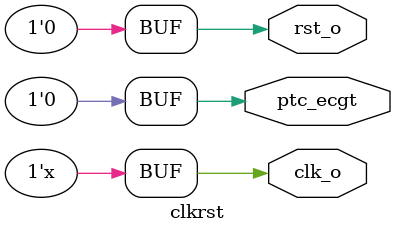
<source format=v>

`include "timescale.vh"

module clkrst(clk_o, rst_o, ptc_ecgt);

//
// I/O ports
//
output	clk_o;	// Clock
output	rst_o;	// Reset
output	ptc_ecgt; // (External) PTC clock/gate

//
// Internal regs
//
reg	clk_o;	// Clock
reg	rst_o;	// Reset
reg	ptc_ecgt; // PTC clock/gate

initial begin
	clk_o = 0;
	rst_o = 1;
	ptc_ecgt = 0;
	#20;
	rst_o = 0;
end

//
// Clock
//
always #4 clk_o = ~clk_o;

//
// PTC clock/gate generator
//
task gen_ptc_ecgt;
input	[31:0]	cycles;
integer 	i;
begin
	if (cycles == -1)
		ptc_ecgt = 1;
	else
	for (i = 2 * cycles; i; i = i - 1) begin
		#4 ptc_ecgt = ~ptc_ecgt;
		if (i % 20000 == 19999)
			$write(".");
	end
end
endtask

endmodule

</source>
